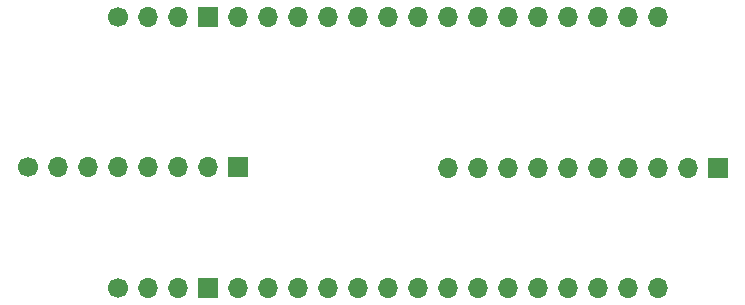
<source format=gbr>
%TF.GenerationSoftware,KiCad,Pcbnew,7.0.10*%
%TF.CreationDate,2024-01-12T02:52:17-05:00*%
%TF.ProjectId,ESP32,45535033-322e-46b6-9963-61645f706362,2*%
%TF.SameCoordinates,Original*%
%TF.FileFunction,Soldermask,Bot*%
%TF.FilePolarity,Negative*%
%FSLAX46Y46*%
G04 Gerber Fmt 4.6, Leading zero omitted, Abs format (unit mm)*
G04 Created by KiCad (PCBNEW 7.0.10) date 2024-01-12 02:52:17*
%MOMM*%
%LPD*%
G01*
G04 APERTURE LIST*
%ADD10O,1.700000X1.700000*%
%ADD11R,1.700000X1.700000*%
%ADD12C,1.700000*%
G04 APERTURE END LIST*
D10*
%TO.C,FZ_R*%
X152390000Y-101610000D03*
X154930000Y-101610000D03*
X157470000Y-101610000D03*
X160010000Y-101610000D03*
X162550000Y-101610000D03*
X165090000Y-101610000D03*
X167630000Y-101610000D03*
X170170000Y-101610000D03*
X172710000Y-101610000D03*
D11*
X175250000Y-101610000D03*
%TD*%
D12*
%TO.C,Bottom*%
X124450000Y-111770000D03*
D10*
X126990000Y-111770000D03*
X129530000Y-111770000D03*
D11*
X132070000Y-111770000D03*
D10*
X134610000Y-111770000D03*
X137150000Y-111770000D03*
X139690000Y-111770000D03*
X142230000Y-111770000D03*
X144770000Y-111770000D03*
X147310000Y-111770000D03*
X149850000Y-111770000D03*
X152390000Y-111770000D03*
X154930000Y-111770000D03*
X157470000Y-111770000D03*
X160010000Y-111770000D03*
X162550000Y-111770000D03*
X165090000Y-111770000D03*
X167630000Y-111770000D03*
X170170000Y-111770000D03*
%TD*%
D12*
%TO.C,Top*%
X124460000Y-88885000D03*
D10*
X127000000Y-88885000D03*
X129540000Y-88885000D03*
D11*
X132080000Y-88885000D03*
D10*
X134620000Y-88885000D03*
X137160000Y-88885000D03*
X139700000Y-88885000D03*
X142240000Y-88885000D03*
X144780000Y-88885000D03*
X147320000Y-88885000D03*
X149860000Y-88885000D03*
X152400000Y-88885000D03*
X154940000Y-88885000D03*
X157480000Y-88885000D03*
X160020000Y-88885000D03*
X162560000Y-88885000D03*
X165100000Y-88885000D03*
X167640000Y-88885000D03*
X170180000Y-88885000D03*
%TD*%
D12*
%TO.C,Left*%
X116830000Y-101585000D03*
D10*
X119370000Y-101585000D03*
X121910000Y-101585000D03*
X124450000Y-101585000D03*
X126990000Y-101585000D03*
X129530000Y-101585000D03*
X132070000Y-101585000D03*
D11*
X134610000Y-101585000D03*
%TD*%
M02*

</source>
